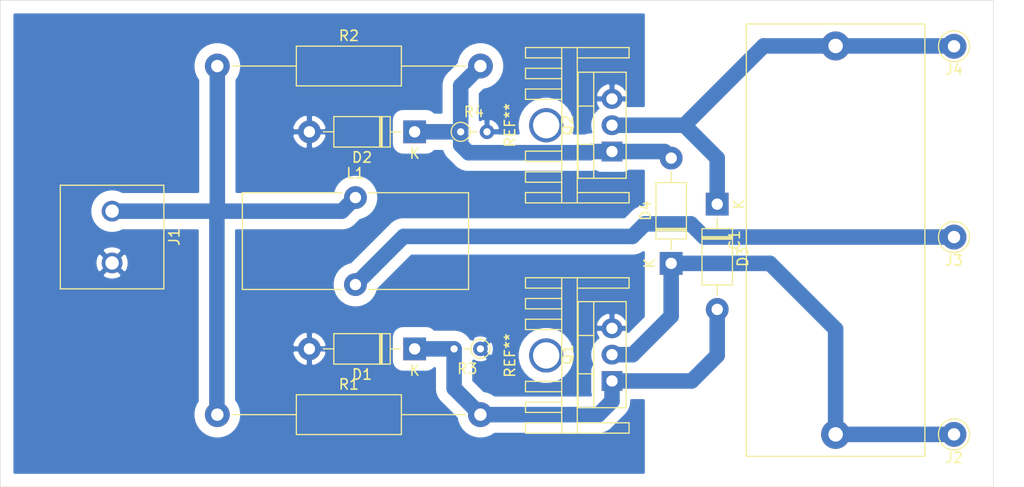
<source format=kicad_pcb>
(kicad_pcb (version 20171130) (host pcbnew "(5.1.6)-1")

  (general
    (thickness 1.6)
    (drawings 5)
    (tracks 47)
    (zones 0)
    (modules 18)
    (nets 8)
  )

  (page A4)
  (layers
    (0 F.Cu signal)
    (31 B.Cu signal)
    (32 B.Adhes user)
    (33 F.Adhes user)
    (34 B.Paste user)
    (35 F.Paste user)
    (36 B.SilkS user)
    (37 F.SilkS user)
    (38 B.Mask user)
    (39 F.Mask user)
    (40 Dwgs.User user)
    (41 Cmts.User user)
    (42 Eco1.User user)
    (43 Eco2.User user)
    (44 Edge.Cuts user)
    (45 Margin user)
    (46 B.CrtYd user)
    (47 F.CrtYd user)
    (48 B.Fab user)
    (49 F.Fab user)
  )

  (setup
    (last_trace_width 1)
    (trace_clearance 0.5)
    (zone_clearance 1)
    (zone_45_only no)
    (trace_min 0.2)
    (via_size 0.8)
    (via_drill 0.4)
    (via_min_size 0.4)
    (via_min_drill 0.3)
    (uvia_size 0.3)
    (uvia_drill 0.1)
    (uvias_allowed no)
    (uvia_min_size 0.2)
    (uvia_min_drill 0.1)
    (edge_width 0.05)
    (segment_width 0.2)
    (pcb_text_width 0.3)
    (pcb_text_size 1.5 1.5)
    (mod_edge_width 0.12)
    (mod_text_size 1 1)
    (mod_text_width 0.15)
    (pad_size 1.524 1.524)
    (pad_drill 0.762)
    (pad_to_mask_clearance 0.051)
    (solder_mask_min_width 0.25)
    (aux_axis_origin 0 0)
    (visible_elements 7FFFFFFF)
    (pcbplotparams
      (layerselection 0x010fc_ffffffff)
      (usegerberextensions false)
      (usegerberattributes false)
      (usegerberadvancedattributes false)
      (creategerberjobfile false)
      (excludeedgelayer true)
      (linewidth 0.100000)
      (plotframeref false)
      (viasonmask false)
      (mode 1)
      (useauxorigin false)
      (hpglpennumber 1)
      (hpglpenspeed 20)
      (hpglpendiameter 15.000000)
      (psnegative false)
      (psa4output false)
      (plotreference true)
      (plotvalue true)
      (plotinvisibletext false)
      (padsonsilk false)
      (subtractmaskfromsilk false)
      (outputformat 1)
      (mirror false)
      (drillshape 1)
      (scaleselection 1)
      (outputdirectory ""))
  )

  (net 0 "")
  (net 1 "Net-(C1-Pad2)")
  (net 2 "Net-(C1-Pad1)")
  (net 3 GND)
  (net 4 "Net-(D1-Pad1)")
  (net 5 "Net-(D2-Pad1)")
  (net 6 +12V)
  (net 7 "Net-(J3-Pad1)")

  (net_class Default "Это класс цепей по умолчанию."
    (clearance 0.5)
    (trace_width 1)
    (via_dia 0.8)
    (via_drill 0.4)
    (uvia_dia 0.3)
    (uvia_drill 0.1)
    (add_net +12V)
    (add_net GND)
    (add_net "Net-(C1-Pad1)")
    (add_net "Net-(C1-Pad2)")
    (add_net "Net-(D1-Pad1)")
    (add_net "Net-(D2-Pad1)")
    (add_net "Net-(J3-Pad1)")
  )

  (module Connector_Pin:Pin_D1.0mm_L10.0mm_LooseFit (layer F.Cu) (tedit 5A1DC085) (tstamp 5EAF1085)
    (at 199.39 90.805)
    (descr "solder Pin_ diameter 1.0mm, hole diameter 1.2mm (loose fit), length 10.0mm")
    (tags "solder Pin_ loose fit")
    (path /5EAFA92B)
    (fp_text reference J4 (at 0 2.25) (layer F.SilkS)
      (effects (font (size 1 1) (thickness 0.15)))
    )
    (fp_text value Conn_01x01_Male (at 0 -2.05) (layer F.Fab)
      (effects (font (size 1 1) (thickness 0.15)))
    )
    (fp_circle (center 0 0) (end 1.7 0) (layer F.CrtYd) (width 0.05))
    (fp_circle (center 0 0) (end 0.5 0) (layer F.Fab) (width 0.12))
    (fp_circle (center 0 0) (end 1.2 0) (layer F.Fab) (width 0.12))
    (fp_circle (center 0 0) (end 1.5 0.05) (layer F.SilkS) (width 0.12))
    (fp_text user %R (at 0 2.25) (layer F.Fab)
      (effects (font (size 1 1) (thickness 0.15)))
    )
    (pad 1 thru_hole circle (at 0 0) (size 2.4 2.4) (drill 1.2) (layers *.Cu *.Mask)
      (net 1 "Net-(C1-Pad2)"))
    (model ${KISYS3DMOD}/Connector_Pin.3dshapes/Pin_D1.0mm_L10.0mm_LooseFit.wrl
      (at (xyz 0 0 0))
      (scale (xyz 1 1 1))
      (rotate (xyz 0 0 0))
    )
  )

  (module Connector_Pin:Pin_D1.0mm_L10.0mm_LooseFit (layer F.Cu) (tedit 5A1DC085) (tstamp 5EAF1071)
    (at 199.39 128.27)
    (descr "solder Pin_ diameter 1.0mm, hole diameter 1.2mm (loose fit), length 10.0mm")
    (tags "solder Pin_ loose fit")
    (path /5EAF967F)
    (fp_text reference J2 (at 0 2.25) (layer F.SilkS)
      (effects (font (size 1 1) (thickness 0.15)))
    )
    (fp_text value Conn_01x01_Male (at 0 -2.05) (layer F.Fab)
      (effects (font (size 1 1) (thickness 0.15)))
    )
    (fp_circle (center 0 0) (end 1.7 0) (layer F.CrtYd) (width 0.05))
    (fp_circle (center 0 0) (end 0.5 0) (layer F.Fab) (width 0.12))
    (fp_circle (center 0 0) (end 1.2 0) (layer F.Fab) (width 0.12))
    (fp_circle (center 0 0) (end 1.5 0.05) (layer F.SilkS) (width 0.12))
    (fp_text user %R (at 0 2.25) (layer F.Fab)
      (effects (font (size 1 1) (thickness 0.15)))
    )
    (pad 1 thru_hole circle (at 0 0) (size 2.4 2.4) (drill 1.2) (layers *.Cu *.Mask)
      (net 2 "Net-(C1-Pad1)"))
    (model ${KISYS3DMOD}/Connector_Pin.3dshapes/Pin_D1.0mm_L10.0mm_LooseFit.wrl
      (at (xyz 0 0 0))
      (scale (xyz 1 1 1))
      (rotate (xyz 0 0 0))
    )
  )

  (module Capacitor_THT:C_Rect_L41.5mm_W17.0mm_P37.50mm_MKS4 (layer F.Cu) (tedit 5AE50EF0) (tstamp 5EDA2A18)
    (at 187.96 128.27 90)
    (descr "C, Rect series, Radial, pin pitch=37.50mm, , length*width=41.5*17mm^2, Capacitor, http://www.wima.com/EN/WIMA_MKS_4.pdf")
    (tags "C Rect series Radial pin pitch 37.50mm  length 41.5mm width 17mm Capacitor")
    (path /5EAFE64E)
    (fp_text reference C1 (at 18.75 -9.75 90) (layer F.SilkS)
      (effects (font (size 1 1) (thickness 0.15)))
    )
    (fp_text value 0.47 (at 18.75 9.75 90) (layer F.Fab)
      (effects (font (size 1 1) (thickness 0.15)))
    )
    (fp_text user %R (at 18.75 0 90) (layer F.Fab)
      (effects (font (size 1 1) (thickness 0.15)))
    )
    (fp_line (start -2 -8.5) (end -2 8.5) (layer F.Fab) (width 0.1))
    (fp_line (start -2 8.5) (end 39.5 8.5) (layer F.Fab) (width 0.1))
    (fp_line (start 39.5 8.5) (end 39.5 -8.5) (layer F.Fab) (width 0.1))
    (fp_line (start 39.5 -8.5) (end -2 -8.5) (layer F.Fab) (width 0.1))
    (fp_line (start -2.12 -8.62) (end 39.62 -8.62) (layer F.SilkS) (width 0.12))
    (fp_line (start -2.12 8.62) (end 39.62 8.62) (layer F.SilkS) (width 0.12))
    (fp_line (start -2.12 -8.62) (end -2.12 8.62) (layer F.SilkS) (width 0.12))
    (fp_line (start 39.62 -8.62) (end 39.62 8.62) (layer F.SilkS) (width 0.12))
    (fp_line (start -2.25 -8.75) (end -2.25 8.75) (layer F.CrtYd) (width 0.05))
    (fp_line (start -2.25 8.75) (end 39.75 8.75) (layer F.CrtYd) (width 0.05))
    (fp_line (start 39.75 8.75) (end 39.75 -8.75) (layer F.CrtYd) (width 0.05))
    (fp_line (start 39.75 -8.75) (end -2.25 -8.75) (layer F.CrtYd) (width 0.05))
    (pad 2 thru_hole circle (at 37.5 0 90) (size 2.8 2.8) (drill 1.4) (layers *.Cu *.Mask)
      (net 1 "Net-(C1-Pad2)"))
    (pad 1 thru_hole circle (at 0 0 90) (size 2.8 2.8) (drill 1.4) (layers *.Cu *.Mask)
      (net 2 "Net-(C1-Pad1)"))
    (model ${KISYS3DMOD}/Capacitor_THT.3dshapes/C_Rect_L41.5mm_W17.0mm_P37.50mm_MKS4.wrl
      (at (xyz 0 0 0))
      (scale (xyz 1 1 1))
      (rotate (xyz 0 0 0))
    )
  )

  (module Heatsink:Heatsink_15x10mm_TO220 (layer F.Cu) (tedit 5EAEBD9D) (tstamp 5EAF122B)
    (at 160.02 120.65 90)
    (fp_text reference REF** (at 0 -3.5 90) (layer F.SilkS)
      (effects (font (size 1 1) (thickness 0.15)))
    )
    (fp_text value Heatsink_15x10mm_TO220 (at 0 -5 90) (layer F.Fab)
      (effects (font (size 1 1) (thickness 0.15)))
    )
    (fp_line (start 7.5 8) (end 7.5 -2) (layer F.SilkS) (width 0.12))
    (fp_line (start -7.5 8) (end -7.5 -2) (layer F.SilkS) (width 0.12))
    (fp_line (start -7.5 1.5) (end 7.5 1.5) (layer F.SilkS) (width 0.12))
    (fp_line (start -7.5 3) (end 7.5 3) (layer F.SilkS) (width 0.12))
    (fp_line (start -6.5 -2) (end -6.5 1.5) (layer F.SilkS) (width 0.12))
    (fp_line (start 6.5 -2) (end 6.5 1.5) (layer F.SilkS) (width 0.12))
    (fp_line (start -6.5 3) (end -6.5 8) (layer F.SilkS) (width 0.12))
    (fp_line (start 6.5 3) (end 6.5 8) (layer F.SilkS) (width 0.12))
    (fp_line (start -7.5 -2) (end -6.5 -2) (layer F.SilkS) (width 0.12))
    (fp_line (start 6.5 -2) (end 7.5 -2) (layer F.SilkS) (width 0.12))
    (fp_line (start -5.5 1.5) (end -5.5 -2) (layer F.SilkS) (width 0.12))
    (fp_line (start -5.5 -2) (end -4.5 -2) (layer F.SilkS) (width 0.12))
    (fp_line (start -4.5 -2) (end -4.5 1.5) (layer F.SilkS) (width 0.12))
    (fp_line (start -3.5 1.5) (end -3.5 -2) (layer F.SilkS) (width 0.12))
    (fp_line (start -3.5 -2) (end -2.5 -2) (layer F.SilkS) (width 0.12))
    (fp_line (start -2.5 -2) (end -2.5 1.5) (layer F.SilkS) (width 0.12))
    (fp_line (start 5.5 1.5) (end 5.5 -2) (layer F.SilkS) (width 0.12))
    (fp_line (start 5.5 -2) (end 4.5 -2) (layer F.SilkS) (width 0.12))
    (fp_line (start 4.5 -2) (end 4.5 1.5) (layer F.SilkS) (width 0.12))
    (fp_line (start 3.5 1.5) (end 3.5 -2) (layer F.SilkS) (width 0.12))
    (fp_line (start 3.5 -2) (end 2.5 -2) (layer F.SilkS) (width 0.12))
    (fp_line (start 2.5 -2) (end 2.5 1.5) (layer F.SilkS) (width 0.12))
    (fp_line (start -7.5 8) (end -6.5 8) (layer F.SilkS) (width 0.12))
    (fp_line (start 6.5 8) (end 7.5 8) (layer F.SilkS) (width 0.12))
    (fp_line (start -8 -2.5) (end 8 -2.5) (layer F.CrtYd) (width 0.12))
    (fp_line (start 8 -2.5) (end 8 8.5) (layer F.CrtYd) (width 0.12))
    (fp_line (start -8 8.5) (end -8 -2.5) (layer F.CrtYd) (width 0.12))
    (fp_line (start -6 8.5) (end -6 2.5) (layer F.CrtYd) (width 0.12))
    (fp_line (start -6 2.5) (end 6 2.5) (layer F.CrtYd) (width 0.12))
    (fp_line (start 6 2.5) (end 6 8.5) (layer F.CrtYd) (width 0.12))
    (fp_line (start -8 8.5) (end -6 8.5) (layer F.CrtYd) (width 0.12))
    (fp_line (start 6 8.5) (end 8 8.5) (layer F.CrtYd) (width 0.12))
    (pad 1 thru_hole circle (at 0 0 90) (size 3.302 3.302) (drill 2.54) (layers *.Cu *.Mask))
    (model ${KISYS3DMOD}/Heatsink.3dshapes/TO-220-Heatsink.STEP
      (offset (xyz 0 -3.25 0))
      (scale (xyz 1 1 1))
      (rotate (xyz 0 0 180))
    )
  )

  (module Heatsink:Heatsink_15x10mm_TO220 (layer F.Cu) (tedit 5EAEBD9D) (tstamp 5EAF1173)
    (at 160.02 98.425 90)
    (fp_text reference REF** (at 0 -3.5 90) (layer F.SilkS)
      (effects (font (size 1 1) (thickness 0.15)))
    )
    (fp_text value Heatsink_15x10mm_TO220 (at 0 -5 90) (layer F.Fab)
      (effects (font (size 1 1) (thickness 0.15)))
    )
    (fp_line (start 7.5 8) (end 7.5 -2) (layer F.SilkS) (width 0.12))
    (fp_line (start -7.5 8) (end -7.5 -2) (layer F.SilkS) (width 0.12))
    (fp_line (start -7.5 1.5) (end 7.5 1.5) (layer F.SilkS) (width 0.12))
    (fp_line (start -7.5 3) (end 7.5 3) (layer F.SilkS) (width 0.12))
    (fp_line (start -6.5 -2) (end -6.5 1.5) (layer F.SilkS) (width 0.12))
    (fp_line (start 6.5 -2) (end 6.5 1.5) (layer F.SilkS) (width 0.12))
    (fp_line (start -6.5 3) (end -6.5 8) (layer F.SilkS) (width 0.12))
    (fp_line (start 6.5 3) (end 6.5 8) (layer F.SilkS) (width 0.12))
    (fp_line (start -7.5 -2) (end -6.5 -2) (layer F.SilkS) (width 0.12))
    (fp_line (start 6.5 -2) (end 7.5 -2) (layer F.SilkS) (width 0.12))
    (fp_line (start -5.5 1.5) (end -5.5 -2) (layer F.SilkS) (width 0.12))
    (fp_line (start -5.5 -2) (end -4.5 -2) (layer F.SilkS) (width 0.12))
    (fp_line (start -4.5 -2) (end -4.5 1.5) (layer F.SilkS) (width 0.12))
    (fp_line (start -3.5 1.5) (end -3.5 -2) (layer F.SilkS) (width 0.12))
    (fp_line (start -3.5 -2) (end -2.5 -2) (layer F.SilkS) (width 0.12))
    (fp_line (start -2.5 -2) (end -2.5 1.5) (layer F.SilkS) (width 0.12))
    (fp_line (start 5.5 1.5) (end 5.5 -2) (layer F.SilkS) (width 0.12))
    (fp_line (start 5.5 -2) (end 4.5 -2) (layer F.SilkS) (width 0.12))
    (fp_line (start 4.5 -2) (end 4.5 1.5) (layer F.SilkS) (width 0.12))
    (fp_line (start 3.5 1.5) (end 3.5 -2) (layer F.SilkS) (width 0.12))
    (fp_line (start 3.5 -2) (end 2.5 -2) (layer F.SilkS) (width 0.12))
    (fp_line (start 2.5 -2) (end 2.5 1.5) (layer F.SilkS) (width 0.12))
    (fp_line (start -7.5 8) (end -6.5 8) (layer F.SilkS) (width 0.12))
    (fp_line (start 6.5 8) (end 7.5 8) (layer F.SilkS) (width 0.12))
    (fp_line (start -8 -2.5) (end 8 -2.5) (layer F.CrtYd) (width 0.12))
    (fp_line (start 8 -2.5) (end 8 8.5) (layer F.CrtYd) (width 0.12))
    (fp_line (start -8 8.5) (end -8 -2.5) (layer F.CrtYd) (width 0.12))
    (fp_line (start -6 8.5) (end -6 2.5) (layer F.CrtYd) (width 0.12))
    (fp_line (start -6 2.5) (end 6 2.5) (layer F.CrtYd) (width 0.12))
    (fp_line (start 6 2.5) (end 6 8.5) (layer F.CrtYd) (width 0.12))
    (fp_line (start -8 8.5) (end -6 8.5) (layer F.CrtYd) (width 0.12))
    (fp_line (start 6 8.5) (end 8 8.5) (layer F.CrtYd) (width 0.12))
    (pad 1 thru_hole circle (at 0 0 90) (size 3.302 3.302) (drill 2.54) (layers *.Cu *.Mask))
    (model ${KISYS3DMOD}/Heatsink.3dshapes/TO-220-Heatsink.STEP
      (offset (xyz 0 -3.25 0))
      (scale (xyz 1 1 1))
      (rotate (xyz 0 0 180))
    )
  )

  (module Resistor_THT:R_Axial_DIN0204_L3.6mm_D1.6mm_P2.54mm_Vertical (layer F.Cu) (tedit 5AE5139B) (tstamp 5EAF1124)
    (at 151.765 99.06)
    (descr "Resistor, Axial_DIN0204 series, Axial, Vertical, pin pitch=2.54mm, 0.167W, length*diameter=3.6*1.6mm^2, http://cdn-reichelt.de/documents/datenblatt/B400/1_4W%23YAG.pdf")
    (tags "Resistor Axial_DIN0204 series Axial Vertical pin pitch 2.54mm 0.167W length 3.6mm diameter 1.6mm")
    (path /5EAEBA29)
    (fp_text reference R4 (at 1.27 -1.92) (layer F.SilkS)
      (effects (font (size 1 1) (thickness 0.15)))
    )
    (fp_text value 10K (at 1.27 1.92) (layer F.Fab)
      (effects (font (size 1 1) (thickness 0.15)))
    )
    (fp_circle (center 0 0) (end 0.8 0) (layer F.Fab) (width 0.1))
    (fp_circle (center 0 0) (end 0.92 0) (layer F.SilkS) (width 0.12))
    (fp_line (start 0 0) (end 2.54 0) (layer F.Fab) (width 0.1))
    (fp_line (start 0.92 0) (end 1.54 0) (layer F.SilkS) (width 0.12))
    (fp_line (start -1.05 -1.05) (end -1.05 1.05) (layer F.CrtYd) (width 0.05))
    (fp_line (start -1.05 1.05) (end 3.49 1.05) (layer F.CrtYd) (width 0.05))
    (fp_line (start 3.49 1.05) (end 3.49 -1.05) (layer F.CrtYd) (width 0.05))
    (fp_line (start 3.49 -1.05) (end -1.05 -1.05) (layer F.CrtYd) (width 0.05))
    (fp_text user %R (at 1.27 -1.92) (layer F.Fab)
      (effects (font (size 1 1) (thickness 0.15)))
    )
    (pad 2 thru_hole oval (at 2.54 0) (size 1.4 1.4) (drill 0.7) (layers *.Cu *.Mask)
      (net 3 GND))
    (pad 1 thru_hole circle (at 0 0) (size 1.4 1.4) (drill 0.7) (layers *.Cu *.Mask)
      (net 5 "Net-(D2-Pad1)"))
    (model ${KISYS3DMOD}/Resistor_THT.3dshapes/R_Axial_DIN0204_L3.6mm_D1.6mm_P2.54mm_Vertical.wrl
      (at (xyz 0 0 0))
      (scale (xyz 1 1 1))
      (rotate (xyz 0 0 0))
    )
  )

  (module Resistor_THT:R_Axial_DIN0204_L3.6mm_D1.6mm_P2.54mm_Vertical (layer F.Cu) (tedit 5AE5139B) (tstamp 5EAF1115)
    (at 153.67 120.015 180)
    (descr "Resistor, Axial_DIN0204 series, Axial, Vertical, pin pitch=2.54mm, 0.167W, length*diameter=3.6*1.6mm^2, http://cdn-reichelt.de/documents/datenblatt/B400/1_4W%23YAG.pdf")
    (tags "Resistor Axial_DIN0204 series Axial Vertical pin pitch 2.54mm 0.167W length 3.6mm diameter 1.6mm")
    (path /5EB0BA58)
    (fp_text reference R3 (at 1.27 -1.92) (layer F.SilkS)
      (effects (font (size 1 1) (thickness 0.15)))
    )
    (fp_text value 10K (at 1.27 1.92) (layer F.Fab)
      (effects (font (size 1 1) (thickness 0.15)))
    )
    (fp_circle (center 0 0) (end 0.8 0) (layer F.Fab) (width 0.1))
    (fp_circle (center 0 0) (end 0.92 0) (layer F.SilkS) (width 0.12))
    (fp_line (start 0 0) (end 2.54 0) (layer F.Fab) (width 0.1))
    (fp_line (start 0.92 0) (end 1.54 0) (layer F.SilkS) (width 0.12))
    (fp_line (start -1.05 -1.05) (end -1.05 1.05) (layer F.CrtYd) (width 0.05))
    (fp_line (start -1.05 1.05) (end 3.49 1.05) (layer F.CrtYd) (width 0.05))
    (fp_line (start 3.49 1.05) (end 3.49 -1.05) (layer F.CrtYd) (width 0.05))
    (fp_line (start 3.49 -1.05) (end -1.05 -1.05) (layer F.CrtYd) (width 0.05))
    (fp_text user %R (at 1.27 -1.92) (layer F.Fab)
      (effects (font (size 1 1) (thickness 0.15)))
    )
    (pad 2 thru_hole oval (at 2.54 0 180) (size 1.4 1.4) (drill 0.7) (layers *.Cu *.Mask)
      (net 4 "Net-(D1-Pad1)"))
    (pad 1 thru_hole circle (at 0 0 180) (size 1.4 1.4) (drill 0.7) (layers *.Cu *.Mask)
      (net 3 GND))
    (model ${KISYS3DMOD}/Resistor_THT.3dshapes/R_Axial_DIN0204_L3.6mm_D1.6mm_P2.54mm_Vertical.wrl
      (at (xyz 0 0 0))
      (scale (xyz 1 1 1))
      (rotate (xyz 0 0 0))
    )
  )

  (module Resistor_THT:R_Axial_DIN0411_L9.9mm_D3.6mm_P25.40mm_Horizontal (layer F.Cu) (tedit 5AE5139B) (tstamp 5EAF1480)
    (at 128.27 92.71)
    (descr "Resistor, Axial_DIN0411 series, Axial, Horizontal, pin pitch=25.4mm, 1W, length*diameter=9.9*3.6mm^2")
    (tags "Resistor Axial_DIN0411 series Axial Horizontal pin pitch 25.4mm 1W length 9.9mm diameter 3.6mm")
    (path /5EB0F61A)
    (fp_text reference R2 (at 12.7 -2.92) (layer F.SilkS)
      (effects (font (size 1 1) (thickness 0.15)))
    )
    (fp_text value "470 2W" (at 12.7 2.92) (layer F.Fab)
      (effects (font (size 1 1) (thickness 0.15)))
    )
    (fp_line (start 7.75 -1.8) (end 7.75 1.8) (layer F.Fab) (width 0.1))
    (fp_line (start 7.75 1.8) (end 17.65 1.8) (layer F.Fab) (width 0.1))
    (fp_line (start 17.65 1.8) (end 17.65 -1.8) (layer F.Fab) (width 0.1))
    (fp_line (start 17.65 -1.8) (end 7.75 -1.8) (layer F.Fab) (width 0.1))
    (fp_line (start 0 0) (end 7.75 0) (layer F.Fab) (width 0.1))
    (fp_line (start 25.4 0) (end 17.65 0) (layer F.Fab) (width 0.1))
    (fp_line (start 7.63 -1.92) (end 7.63 1.92) (layer F.SilkS) (width 0.12))
    (fp_line (start 7.63 1.92) (end 17.77 1.92) (layer F.SilkS) (width 0.12))
    (fp_line (start 17.77 1.92) (end 17.77 -1.92) (layer F.SilkS) (width 0.12))
    (fp_line (start 17.77 -1.92) (end 7.63 -1.92) (layer F.SilkS) (width 0.12))
    (fp_line (start 1.44 0) (end 7.63 0) (layer F.SilkS) (width 0.12))
    (fp_line (start 23.96 0) (end 17.77 0) (layer F.SilkS) (width 0.12))
    (fp_line (start -1.45 -2.05) (end -1.45 2.05) (layer F.CrtYd) (width 0.05))
    (fp_line (start -1.45 2.05) (end 26.85 2.05) (layer F.CrtYd) (width 0.05))
    (fp_line (start 26.85 2.05) (end 26.85 -2.05) (layer F.CrtYd) (width 0.05))
    (fp_line (start 26.85 -2.05) (end -1.45 -2.05) (layer F.CrtYd) (width 0.05))
    (fp_text user %R (at 12.7 0) (layer F.Fab)
      (effects (font (size 1 1) (thickness 0.15)))
    )
    (pad 2 thru_hole oval (at 25.4 0) (size 2.4 2.4) (drill 1.2) (layers *.Cu *.Mask)
      (net 5 "Net-(D2-Pad1)"))
    (pad 1 thru_hole circle (at 0 0) (size 2.4 2.4) (drill 1.2) (layers *.Cu *.Mask)
      (net 6 +12V))
    (model ${KISYS3DMOD}/Resistor_THT.3dshapes/R_Axial_DIN0411_L9.9mm_D3.6mm_P25.40mm_Horizontal.wrl
      (at (xyz 0 0 0))
      (scale (xyz 1 1 1))
      (rotate (xyz 0 0 0))
    )
  )

  (module Resistor_THT:R_Axial_DIN0411_L9.9mm_D3.6mm_P25.40mm_Horizontal (layer F.Cu) (tedit 5AE5139B) (tstamp 5EAF155E)
    (at 128.27 126.365)
    (descr "Resistor, Axial_DIN0411 series, Axial, Horizontal, pin pitch=25.4mm, 1W, length*diameter=9.9*3.6mm^2")
    (tags "Resistor Axial_DIN0411 series Axial Horizontal pin pitch 25.4mm 1W length 9.9mm diameter 3.6mm")
    (path /5EB0FBA6)
    (fp_text reference R1 (at 12.7 -2.92) (layer F.SilkS)
      (effects (font (size 1 1) (thickness 0.15)))
    )
    (fp_text value "470 2W" (at 12.7 2.92) (layer F.Fab)
      (effects (font (size 1 1) (thickness 0.15)))
    )
    (fp_line (start 7.75 -1.8) (end 7.75 1.8) (layer F.Fab) (width 0.1))
    (fp_line (start 7.75 1.8) (end 17.65 1.8) (layer F.Fab) (width 0.1))
    (fp_line (start 17.65 1.8) (end 17.65 -1.8) (layer F.Fab) (width 0.1))
    (fp_line (start 17.65 -1.8) (end 7.75 -1.8) (layer F.Fab) (width 0.1))
    (fp_line (start 0 0) (end 7.75 0) (layer F.Fab) (width 0.1))
    (fp_line (start 25.4 0) (end 17.65 0) (layer F.Fab) (width 0.1))
    (fp_line (start 7.63 -1.92) (end 7.63 1.92) (layer F.SilkS) (width 0.12))
    (fp_line (start 7.63 1.92) (end 17.77 1.92) (layer F.SilkS) (width 0.12))
    (fp_line (start 17.77 1.92) (end 17.77 -1.92) (layer F.SilkS) (width 0.12))
    (fp_line (start 17.77 -1.92) (end 7.63 -1.92) (layer F.SilkS) (width 0.12))
    (fp_line (start 1.44 0) (end 7.63 0) (layer F.SilkS) (width 0.12))
    (fp_line (start 23.96 0) (end 17.77 0) (layer F.SilkS) (width 0.12))
    (fp_line (start -1.45 -2.05) (end -1.45 2.05) (layer F.CrtYd) (width 0.05))
    (fp_line (start -1.45 2.05) (end 26.85 2.05) (layer F.CrtYd) (width 0.05))
    (fp_line (start 26.85 2.05) (end 26.85 -2.05) (layer F.CrtYd) (width 0.05))
    (fp_line (start 26.85 -2.05) (end -1.45 -2.05) (layer F.CrtYd) (width 0.05))
    (fp_text user %R (at 12.7 0) (layer F.Fab)
      (effects (font (size 1 1) (thickness 0.15)))
    )
    (pad 2 thru_hole oval (at 25.4 0) (size 2.4 2.4) (drill 1.2) (layers *.Cu *.Mask)
      (net 4 "Net-(D1-Pad1)"))
    (pad 1 thru_hole circle (at 0 0) (size 2.4 2.4) (drill 1.2) (layers *.Cu *.Mask)
      (net 6 +12V))
    (model ${KISYS3DMOD}/Resistor_THT.3dshapes/R_Axial_DIN0411_L9.9mm_D3.6mm_P25.40mm_Horizontal.wrl
      (at (xyz 0 0 0))
      (scale (xyz 1 1 1))
      (rotate (xyz 0 0 0))
    )
  )

  (module Package_TO_SOT_THT:TO-220-3_Vertical (layer F.Cu) (tedit 5AC8BA0D) (tstamp 5EAF10D8)
    (at 166.37 100.965 90)
    (descr "TO-220-3, Vertical, RM 2.54mm, see https://www.vishay.com/docs/66542/to-220-1.pdf")
    (tags "TO-220-3 Vertical RM 2.54mm")
    (path /5EAF3120)
    (fp_text reference Q2 (at 2.54 -4.27 90) (layer F.SilkS)
      (effects (font (size 1 1) (thickness 0.15)))
    )
    (fp_text value IRFZ46N (at 2.54 2.5 90) (layer F.Fab)
      (effects (font (size 1 1) (thickness 0.15)))
    )
    (fp_line (start -2.46 -3.15) (end -2.46 1.25) (layer F.Fab) (width 0.1))
    (fp_line (start -2.46 1.25) (end 7.54 1.25) (layer F.Fab) (width 0.1))
    (fp_line (start 7.54 1.25) (end 7.54 -3.15) (layer F.Fab) (width 0.1))
    (fp_line (start 7.54 -3.15) (end -2.46 -3.15) (layer F.Fab) (width 0.1))
    (fp_line (start -2.46 -1.88) (end 7.54 -1.88) (layer F.Fab) (width 0.1))
    (fp_line (start 0.69 -3.15) (end 0.69 -1.88) (layer F.Fab) (width 0.1))
    (fp_line (start 4.39 -3.15) (end 4.39 -1.88) (layer F.Fab) (width 0.1))
    (fp_line (start -2.58 -3.27) (end 7.66 -3.27) (layer F.SilkS) (width 0.12))
    (fp_line (start -2.58 1.371) (end 7.66 1.371) (layer F.SilkS) (width 0.12))
    (fp_line (start -2.58 -3.27) (end -2.58 1.371) (layer F.SilkS) (width 0.12))
    (fp_line (start 7.66 -3.27) (end 7.66 1.371) (layer F.SilkS) (width 0.12))
    (fp_line (start -2.58 -1.76) (end 7.66 -1.76) (layer F.SilkS) (width 0.12))
    (fp_line (start 0.69 -3.27) (end 0.69 -1.76) (layer F.SilkS) (width 0.12))
    (fp_line (start 4.391 -3.27) (end 4.391 -1.76) (layer F.SilkS) (width 0.12))
    (fp_line (start -2.71 -3.4) (end -2.71 1.51) (layer F.CrtYd) (width 0.05))
    (fp_line (start -2.71 1.51) (end 7.79 1.51) (layer F.CrtYd) (width 0.05))
    (fp_line (start 7.79 1.51) (end 7.79 -3.4) (layer F.CrtYd) (width 0.05))
    (fp_line (start 7.79 -3.4) (end -2.71 -3.4) (layer F.CrtYd) (width 0.05))
    (fp_text user %R (at 2.54 -4.27 90) (layer F.Fab)
      (effects (font (size 1 1) (thickness 0.15)))
    )
    (pad 3 thru_hole oval (at 5.08 0 90) (size 1.905 2) (drill 1.1) (layers *.Cu *.Mask)
      (net 3 GND))
    (pad 2 thru_hole oval (at 2.54 0 90) (size 1.905 2) (drill 1.1) (layers *.Cu *.Mask)
      (net 1 "Net-(C1-Pad2)"))
    (pad 1 thru_hole rect (at 0 0 90) (size 1.905 2) (drill 1.1) (layers *.Cu *.Mask)
      (net 5 "Net-(D2-Pad1)"))
    (model ${KISYS3DMOD}/Package_TO_SOT_THT.3dshapes/TO-220-3_Vertical.wrl
      (at (xyz 0 0 0))
      (scale (xyz 1 1 1))
      (rotate (xyz 0 0 0))
    )
  )

  (module Package_TO_SOT_THT:TO-220-3_Vertical (layer F.Cu) (tedit 5AC8BA0D) (tstamp 5EAF10BE)
    (at 166.37 123.1138 90)
    (descr "TO-220-3, Vertical, RM 2.54mm, see https://www.vishay.com/docs/66542/to-220-1.pdf")
    (tags "TO-220-3 Vertical RM 2.54mm")
    (path /5EB19214)
    (fp_text reference Q1 (at 2.54 -4.27 90) (layer F.SilkS)
      (effects (font (size 1 1) (thickness 0.15)))
    )
    (fp_text value IRFZ46N (at 2.54 2.5 90) (layer F.Fab)
      (effects (font (size 1 1) (thickness 0.15)))
    )
    (fp_line (start -2.46 -3.15) (end -2.46 1.25) (layer F.Fab) (width 0.1))
    (fp_line (start -2.46 1.25) (end 7.54 1.25) (layer F.Fab) (width 0.1))
    (fp_line (start 7.54 1.25) (end 7.54 -3.15) (layer F.Fab) (width 0.1))
    (fp_line (start 7.54 -3.15) (end -2.46 -3.15) (layer F.Fab) (width 0.1))
    (fp_line (start -2.46 -1.88) (end 7.54 -1.88) (layer F.Fab) (width 0.1))
    (fp_line (start 0.69 -3.15) (end 0.69 -1.88) (layer F.Fab) (width 0.1))
    (fp_line (start 4.39 -3.15) (end 4.39 -1.88) (layer F.Fab) (width 0.1))
    (fp_line (start -2.58 -3.27) (end 7.66 -3.27) (layer F.SilkS) (width 0.12))
    (fp_line (start -2.58 1.371) (end 7.66 1.371) (layer F.SilkS) (width 0.12))
    (fp_line (start -2.58 -3.27) (end -2.58 1.371) (layer F.SilkS) (width 0.12))
    (fp_line (start 7.66 -3.27) (end 7.66 1.371) (layer F.SilkS) (width 0.12))
    (fp_line (start -2.58 -1.76) (end 7.66 -1.76) (layer F.SilkS) (width 0.12))
    (fp_line (start 0.69 -3.27) (end 0.69 -1.76) (layer F.SilkS) (width 0.12))
    (fp_line (start 4.391 -3.27) (end 4.391 -1.76) (layer F.SilkS) (width 0.12))
    (fp_line (start -2.71 -3.4) (end -2.71 1.51) (layer F.CrtYd) (width 0.05))
    (fp_line (start -2.71 1.51) (end 7.79 1.51) (layer F.CrtYd) (width 0.05))
    (fp_line (start 7.79 1.51) (end 7.79 -3.4) (layer F.CrtYd) (width 0.05))
    (fp_line (start 7.79 -3.4) (end -2.71 -3.4) (layer F.CrtYd) (width 0.05))
    (fp_text user %R (at 2.54 -4.27 90) (layer F.Fab)
      (effects (font (size 1 1) (thickness 0.15)))
    )
    (pad 3 thru_hole oval (at 5.08 0 90) (size 1.905 2) (drill 1.1) (layers *.Cu *.Mask)
      (net 3 GND))
    (pad 2 thru_hole oval (at 2.54 0 90) (size 1.905 2) (drill 1.1) (layers *.Cu *.Mask)
      (net 2 "Net-(C1-Pad1)"))
    (pad 1 thru_hole rect (at 0 0 90) (size 1.905 2) (drill 1.1) (layers *.Cu *.Mask)
      (net 4 "Net-(D1-Pad1)"))
    (model ${KISYS3DMOD}/Package_TO_SOT_THT.3dshapes/TO-220-3_Vertical.wrl
      (at (xyz 0 0 0))
      (scale (xyz 1 1 1))
      (rotate (xyz 0 0 0))
    )
  )

  (module Inductor_THT:L_Toroid_Vertical_L21.6mm_W9.1mm_P8.40mm_Bourns_5700 (layer F.Cu) (tedit 5AE59B06) (tstamp 5EAF10A4)
    (at 141.605 105.41)
    (descr "L_Toroid, Vertical series, Radial, pin pitch=8.40mm, , length*width=21.6*9.1mm^2, Bourns, 5700, http://www.bourns.com/docs/Product-Datasheets/5700_series.pdf")
    (tags "L_Toroid Vertical series Radial pin pitch 8.40mm  length 21.6mm width 9.1mm Bourns 5700")
    (path /5EAF2A05)
    (fp_text reference L1 (at 0 -2.35) (layer F.SilkS)
      (effects (font (size 1 1) (thickness 0.15)))
    )
    (fp_text value L_Core_Iron (at 0 10.75) (layer F.Fab)
      (effects (font (size 1 1) (thickness 0.15)))
    )
    (fp_line (start -10.8 -0.35) (end -10.8 8.75) (layer F.Fab) (width 0.1))
    (fp_line (start -10.8 8.75) (end 10.8 8.75) (layer F.Fab) (width 0.1))
    (fp_line (start 10.8 8.75) (end 10.8 -0.35) (layer F.Fab) (width 0.1))
    (fp_line (start 10.8 -0.35) (end -10.8 -0.35) (layer F.Fab) (width 0.1))
    (fp_line (start -10.8 -0.35) (end -9.72 8.75) (layer F.Fab) (width 0.1))
    (fp_line (start -8.64 -0.35) (end -7.56 8.75) (layer F.Fab) (width 0.1))
    (fp_line (start -6.48 -0.35) (end -5.4 8.75) (layer F.Fab) (width 0.1))
    (fp_line (start -4.32 -0.35) (end -3.24 8.75) (layer F.Fab) (width 0.1))
    (fp_line (start -2.16 -0.35) (end -1.08 8.75) (layer F.Fab) (width 0.1))
    (fp_line (start 0 -0.35) (end 1.08 8.75) (layer F.Fab) (width 0.1))
    (fp_line (start 2.16 -0.35) (end 3.24 8.75) (layer F.Fab) (width 0.1))
    (fp_line (start 4.32 -0.35) (end 5.4 8.75) (layer F.Fab) (width 0.1))
    (fp_line (start 6.48 -0.35) (end 7.56 8.75) (layer F.Fab) (width 0.1))
    (fp_line (start 8.64 -0.35) (end 9.72 8.75) (layer F.Fab) (width 0.1))
    (fp_line (start -10.92 -0.47) (end -1.288 -0.47) (layer F.SilkS) (width 0.12))
    (fp_line (start 1.288 -0.47) (end 10.92 -0.47) (layer F.SilkS) (width 0.12))
    (fp_line (start -10.92 8.87) (end -1.288 8.87) (layer F.SilkS) (width 0.12))
    (fp_line (start 1.288 8.87) (end 10.92 8.87) (layer F.SilkS) (width 0.12))
    (fp_line (start -10.92 -0.47) (end -10.92 8.87) (layer F.SilkS) (width 0.12))
    (fp_line (start 10.92 -0.47) (end 10.92 8.87) (layer F.SilkS) (width 0.12))
    (fp_line (start -11.05 -1.36) (end -11.05 9.75) (layer F.CrtYd) (width 0.05))
    (fp_line (start -11.05 9.75) (end 11.05 9.75) (layer F.CrtYd) (width 0.05))
    (fp_line (start 11.05 9.75) (end 11.05 -1.36) (layer F.CrtYd) (width 0.05))
    (fp_line (start 11.05 -1.36) (end -11.05 -1.36) (layer F.CrtYd) (width 0.05))
    (fp_text user %R (at 4.2 0) (layer F.Fab)
      (effects (font (size 1 1) (thickness 0.15)))
    )
    (pad 2 thru_hole circle (at 0 8.4) (size 2.2 2.2) (drill 1.1) (layers *.Cu *.Mask)
      (net 7 "Net-(J3-Pad1)"))
    (pad 1 thru_hole circle (at 0 0) (size 2.2 2.2) (drill 1.1) (layers *.Cu *.Mask)
      (net 6 +12V))
    (model ${KISYS3DMOD}/Inductor_THT.3dshapes/L_Toroid_Vertical_L21.6mm_W9.1mm_P8.40mm_Bourns_5700.wrl
      (at (xyz 0 0 0))
      (scale (xyz 1 1 1))
      (rotate (xyz 0 0 0))
    )
  )

  (module Connector_Pin:Pin_D1.0mm_L10.0mm_LooseFit (layer F.Cu) (tedit 5A1DC085) (tstamp 5EAF107B)
    (at 199.39 109.22)
    (descr "solder Pin_ diameter 1.0mm, hole diameter 1.2mm (loose fit), length 10.0mm")
    (tags "solder Pin_ loose fit")
    (path /5EAFA2D8)
    (fp_text reference J3 (at 0 2.25) (layer F.SilkS)
      (effects (font (size 1 1) (thickness 0.15)))
    )
    (fp_text value Conn_01x01_Male (at 0 -2.05) (layer F.Fab)
      (effects (font (size 1 1) (thickness 0.15)))
    )
    (fp_circle (center 0 0) (end 1.7 0) (layer F.CrtYd) (width 0.05))
    (fp_circle (center 0 0) (end 0.5 0) (layer F.Fab) (width 0.12))
    (fp_circle (center 0 0) (end 1.2 0) (layer F.Fab) (width 0.12))
    (fp_circle (center 0 0) (end 1.5 0.05) (layer F.SilkS) (width 0.12))
    (fp_text user %R (at 0 2.25) (layer F.Fab)
      (effects (font (size 1 1) (thickness 0.15)))
    )
    (pad 1 thru_hole circle (at 0 0) (size 2.4 2.4) (drill 1.2) (layers *.Cu *.Mask)
      (net 7 "Net-(J3-Pad1)"))
    (model ${KISYS3DMOD}/Connector_Pin.3dshapes/Pin_D1.0mm_L10.0mm_LooseFit.wrl
      (at (xyz 0 0 0))
      (scale (xyz 1 1 1))
      (rotate (xyz 0 0 0))
    )
  )

  (module Connector_Degson:DG125-5.0-02P (layer F.Cu) (tedit 5EAEB2B5) (tstamp 5EAF1067)
    (at 118.11 109.22 90)
    (path /5EAE9A9B)
    (fp_text reference J1 (at 0 6 90) (layer F.SilkS)
      (effects (font (size 1 1) (thickness 0.15)))
    )
    (fp_text value DG126-5.0-02P (at 0 -6 90) (layer F.Fab)
      (effects (font (size 1 1) (thickness 0.15)))
    )
    (fp_line (start -5 -5) (end 5 -5) (layer F.SilkS) (width 0.12))
    (fp_line (start 5 -5) (end 5 5) (layer F.SilkS) (width 0.12))
    (fp_line (start 5 5) (end -5 5) (layer F.SilkS) (width 0.12))
    (fp_line (start -5 5) (end -5 -5) (layer F.SilkS) (width 0.12))
    (pad 2 thru_hole circle (at 2.5 0 90) (size 2 2) (drill 1.3) (layers *.Cu *.Mask)
      (net 6 +12V))
    (pad 1 thru_hole circle (at -2.5 0 90) (size 2 2) (drill 1.3) (layers *.Cu *.Mask)
      (net 3 GND))
    (model ${KISYS3DMOD}/Connector_Degson.3dshapes/DG126-5_0-02P.STEP
      (offset (xyz -6.9 -7.7 5.3))
      (scale (xyz 1 1 1))
      (rotate (xyz 0 0 90))
    )
  )

  (module Diode_THT:D_DO-41_SOD81_P10.16mm_Horizontal (layer F.Cu) (tedit 5AE50CD5) (tstamp 5EAF105D)
    (at 172.085 111.76 90)
    (descr "Diode, DO-41_SOD81 series, Axial, Horizontal, pin pitch=10.16mm, , length*diameter=5.2*2.7mm^2, , http://www.diodes.com/_files/packages/DO-41%20(Plastic).pdf")
    (tags "Diode DO-41_SOD81 series Axial Horizontal pin pitch 10.16mm  length 5.2mm diameter 2.7mm")
    (path /5EAEAD4E)
    (fp_text reference D4 (at 5.08 -2.47 90) (layer F.SilkS)
      (effects (font (size 1 1) (thickness 0.15)))
    )
    (fp_text value 1N5819 (at 5.08 2.47 90) (layer F.Fab)
      (effects (font (size 1 1) (thickness 0.15)))
    )
    (fp_line (start 2.48 -1.35) (end 2.48 1.35) (layer F.Fab) (width 0.1))
    (fp_line (start 2.48 1.35) (end 7.68 1.35) (layer F.Fab) (width 0.1))
    (fp_line (start 7.68 1.35) (end 7.68 -1.35) (layer F.Fab) (width 0.1))
    (fp_line (start 7.68 -1.35) (end 2.48 -1.35) (layer F.Fab) (width 0.1))
    (fp_line (start 0 0) (end 2.48 0) (layer F.Fab) (width 0.1))
    (fp_line (start 10.16 0) (end 7.68 0) (layer F.Fab) (width 0.1))
    (fp_line (start 3.26 -1.35) (end 3.26 1.35) (layer F.Fab) (width 0.1))
    (fp_line (start 3.36 -1.35) (end 3.36 1.35) (layer F.Fab) (width 0.1))
    (fp_line (start 3.16 -1.35) (end 3.16 1.35) (layer F.Fab) (width 0.1))
    (fp_line (start 2.36 -1.47) (end 2.36 1.47) (layer F.SilkS) (width 0.12))
    (fp_line (start 2.36 1.47) (end 7.8 1.47) (layer F.SilkS) (width 0.12))
    (fp_line (start 7.8 1.47) (end 7.8 -1.47) (layer F.SilkS) (width 0.12))
    (fp_line (start 7.8 -1.47) (end 2.36 -1.47) (layer F.SilkS) (width 0.12))
    (fp_line (start 1.34 0) (end 2.36 0) (layer F.SilkS) (width 0.12))
    (fp_line (start 8.82 0) (end 7.8 0) (layer F.SilkS) (width 0.12))
    (fp_line (start 3.26 -1.47) (end 3.26 1.47) (layer F.SilkS) (width 0.12))
    (fp_line (start 3.38 -1.47) (end 3.38 1.47) (layer F.SilkS) (width 0.12))
    (fp_line (start 3.14 -1.47) (end 3.14 1.47) (layer F.SilkS) (width 0.12))
    (fp_line (start -1.35 -1.6) (end -1.35 1.6) (layer F.CrtYd) (width 0.05))
    (fp_line (start -1.35 1.6) (end 11.51 1.6) (layer F.CrtYd) (width 0.05))
    (fp_line (start 11.51 1.6) (end 11.51 -1.6) (layer F.CrtYd) (width 0.05))
    (fp_line (start 11.51 -1.6) (end -1.35 -1.6) (layer F.CrtYd) (width 0.05))
    (fp_text user K (at 0 -2.1 90) (layer F.SilkS)
      (effects (font (size 1 1) (thickness 0.15)))
    )
    (fp_text user K (at 0 -2.1 90) (layer F.Fab)
      (effects (font (size 1 1) (thickness 0.15)))
    )
    (fp_text user %R (at 5.47 0 90) (layer F.Fab)
      (effects (font (size 1 1) (thickness 0.15)))
    )
    (pad 2 thru_hole oval (at 10.16 0 90) (size 2.2 2.2) (drill 1.1) (layers *.Cu *.Mask)
      (net 5 "Net-(D2-Pad1)"))
    (pad 1 thru_hole rect (at 0 0 90) (size 2.2 2.2) (drill 1.1) (layers *.Cu *.Mask)
      (net 2 "Net-(C1-Pad1)"))
    (model ${KISYS3DMOD}/Diode_THT.3dshapes/D_DO-41_SOD81_P10.16mm_Horizontal.wrl
      (at (xyz 0 0 0))
      (scale (xyz 1 1 1))
      (rotate (xyz 0 0 0))
    )
  )

  (module Diode_THT:D_DO-41_SOD81_P10.16mm_Horizontal (layer F.Cu) (tedit 5AE50CD5) (tstamp 5EAF103E)
    (at 176.53 106.045 270)
    (descr "Diode, DO-41_SOD81 series, Axial, Horizontal, pin pitch=10.16mm, , length*diameter=5.2*2.7mm^2, , http://www.diodes.com/_files/packages/DO-41%20(Plastic).pdf")
    (tags "Diode DO-41_SOD81 series Axial Horizontal pin pitch 10.16mm  length 5.2mm diameter 2.7mm")
    (path /5EB01028)
    (fp_text reference D3 (at 5.08 -2.47 90) (layer F.SilkS)
      (effects (font (size 1 1) (thickness 0.15)))
    )
    (fp_text value 1N5819 (at 5.08 2.47 90) (layer F.Fab)
      (effects (font (size 1 1) (thickness 0.15)))
    )
    (fp_line (start 2.48 -1.35) (end 2.48 1.35) (layer F.Fab) (width 0.1))
    (fp_line (start 2.48 1.35) (end 7.68 1.35) (layer F.Fab) (width 0.1))
    (fp_line (start 7.68 1.35) (end 7.68 -1.35) (layer F.Fab) (width 0.1))
    (fp_line (start 7.68 -1.35) (end 2.48 -1.35) (layer F.Fab) (width 0.1))
    (fp_line (start 0 0) (end 2.48 0) (layer F.Fab) (width 0.1))
    (fp_line (start 10.16 0) (end 7.68 0) (layer F.Fab) (width 0.1))
    (fp_line (start 3.26 -1.35) (end 3.26 1.35) (layer F.Fab) (width 0.1))
    (fp_line (start 3.36 -1.35) (end 3.36 1.35) (layer F.Fab) (width 0.1))
    (fp_line (start 3.16 -1.35) (end 3.16 1.35) (layer F.Fab) (width 0.1))
    (fp_line (start 2.36 -1.47) (end 2.36 1.47) (layer F.SilkS) (width 0.12))
    (fp_line (start 2.36 1.47) (end 7.8 1.47) (layer F.SilkS) (width 0.12))
    (fp_line (start 7.8 1.47) (end 7.8 -1.47) (layer F.SilkS) (width 0.12))
    (fp_line (start 7.8 -1.47) (end 2.36 -1.47) (layer F.SilkS) (width 0.12))
    (fp_line (start 1.34 0) (end 2.36 0) (layer F.SilkS) (width 0.12))
    (fp_line (start 8.82 0) (end 7.8 0) (layer F.SilkS) (width 0.12))
    (fp_line (start 3.26 -1.47) (end 3.26 1.47) (layer F.SilkS) (width 0.12))
    (fp_line (start 3.38 -1.47) (end 3.38 1.47) (layer F.SilkS) (width 0.12))
    (fp_line (start 3.14 -1.47) (end 3.14 1.47) (layer F.SilkS) (width 0.12))
    (fp_line (start -1.35 -1.6) (end -1.35 1.6) (layer F.CrtYd) (width 0.05))
    (fp_line (start -1.35 1.6) (end 11.51 1.6) (layer F.CrtYd) (width 0.05))
    (fp_line (start 11.51 1.6) (end 11.51 -1.6) (layer F.CrtYd) (width 0.05))
    (fp_line (start 11.51 -1.6) (end -1.35 -1.6) (layer F.CrtYd) (width 0.05))
    (fp_text user K (at 0 -2.1 90) (layer F.SilkS)
      (effects (font (size 1 1) (thickness 0.15)))
    )
    (fp_text user K (at 0 -2.1 90) (layer F.Fab)
      (effects (font (size 1 1) (thickness 0.15)))
    )
    (fp_text user %R (at 5.47 0 90) (layer F.Fab)
      (effects (font (size 1 1) (thickness 0.15)))
    )
    (pad 2 thru_hole oval (at 10.16 0 270) (size 2.2 2.2) (drill 1.1) (layers *.Cu *.Mask)
      (net 4 "Net-(D1-Pad1)"))
    (pad 1 thru_hole rect (at 0 0 270) (size 2.2 2.2) (drill 1.1) (layers *.Cu *.Mask)
      (net 1 "Net-(C1-Pad2)"))
    (model ${KISYS3DMOD}/Diode_THT.3dshapes/D_DO-41_SOD81_P10.16mm_Horizontal.wrl
      (at (xyz 0 0 0))
      (scale (xyz 1 1 1))
      (rotate (xyz 0 0 0))
    )
  )

  (module Diode_THT:D_DO-41_SOD81_P10.16mm_Horizontal (layer F.Cu) (tedit 5AE50CD5) (tstamp 5EAF101F)
    (at 147.32 99.06 180)
    (descr "Diode, DO-41_SOD81 series, Axial, Horizontal, pin pitch=10.16mm, , length*diameter=5.2*2.7mm^2, , http://www.diodes.com/_files/packages/DO-41%20(Plastic).pdf")
    (tags "Diode DO-41_SOD81 series Axial Horizontal pin pitch 10.16mm  length 5.2mm diameter 2.7mm")
    (path /5EB09525)
    (fp_text reference D2 (at 5.08 -2.47) (layer F.SilkS)
      (effects (font (size 1 1) (thickness 0.15)))
    )
    (fp_text value 1N4742A (at 5.08 2.47) (layer F.Fab)
      (effects (font (size 1 1) (thickness 0.15)))
    )
    (fp_line (start 2.48 -1.35) (end 2.48 1.35) (layer F.Fab) (width 0.1))
    (fp_line (start 2.48 1.35) (end 7.68 1.35) (layer F.Fab) (width 0.1))
    (fp_line (start 7.68 1.35) (end 7.68 -1.35) (layer F.Fab) (width 0.1))
    (fp_line (start 7.68 -1.35) (end 2.48 -1.35) (layer F.Fab) (width 0.1))
    (fp_line (start 0 0) (end 2.48 0) (layer F.Fab) (width 0.1))
    (fp_line (start 10.16 0) (end 7.68 0) (layer F.Fab) (width 0.1))
    (fp_line (start 3.26 -1.35) (end 3.26 1.35) (layer F.Fab) (width 0.1))
    (fp_line (start 3.36 -1.35) (end 3.36 1.35) (layer F.Fab) (width 0.1))
    (fp_line (start 3.16 -1.35) (end 3.16 1.35) (layer F.Fab) (width 0.1))
    (fp_line (start 2.36 -1.47) (end 2.36 1.47) (layer F.SilkS) (width 0.12))
    (fp_line (start 2.36 1.47) (end 7.8 1.47) (layer F.SilkS) (width 0.12))
    (fp_line (start 7.8 1.47) (end 7.8 -1.47) (layer F.SilkS) (width 0.12))
    (fp_line (start 7.8 -1.47) (end 2.36 -1.47) (layer F.SilkS) (width 0.12))
    (fp_line (start 1.34 0) (end 2.36 0) (layer F.SilkS) (width 0.12))
    (fp_line (start 8.82 0) (end 7.8 0) (layer F.SilkS) (width 0.12))
    (fp_line (start 3.26 -1.47) (end 3.26 1.47) (layer F.SilkS) (width 0.12))
    (fp_line (start 3.38 -1.47) (end 3.38 1.47) (layer F.SilkS) (width 0.12))
    (fp_line (start 3.14 -1.47) (end 3.14 1.47) (layer F.SilkS) (width 0.12))
    (fp_line (start -1.35 -1.6) (end -1.35 1.6) (layer F.CrtYd) (width 0.05))
    (fp_line (start -1.35 1.6) (end 11.51 1.6) (layer F.CrtYd) (width 0.05))
    (fp_line (start 11.51 1.6) (end 11.51 -1.6) (layer F.CrtYd) (width 0.05))
    (fp_line (start 11.51 -1.6) (end -1.35 -1.6) (layer F.CrtYd) (width 0.05))
    (fp_text user K (at 0 -2.1) (layer F.SilkS)
      (effects (font (size 1 1) (thickness 0.15)))
    )
    (fp_text user K (at 0 -2.1) (layer F.Fab)
      (effects (font (size 1 1) (thickness 0.15)))
    )
    (fp_text user %R (at 5.47 0) (layer F.Fab)
      (effects (font (size 1 1) (thickness 0.15)))
    )
    (pad 2 thru_hole oval (at 10.16 0 180) (size 2.2 2.2) (drill 1.1) (layers *.Cu *.Mask)
      (net 3 GND))
    (pad 1 thru_hole rect (at 0 0 180) (size 2.2 2.2) (drill 1.1) (layers *.Cu *.Mask)
      (net 5 "Net-(D2-Pad1)"))
    (model ${KISYS3DMOD}/Diode_THT.3dshapes/D_DO-41_SOD81_P10.16mm_Horizontal.wrl
      (at (xyz 0 0 0))
      (scale (xyz 1 1 1))
      (rotate (xyz 0 0 0))
    )
  )

  (module Diode_THT:D_DO-41_SOD81_P10.16mm_Horizontal (layer F.Cu) (tedit 5AE50CD5) (tstamp 5EAF1000)
    (at 147.32 120.015 180)
    (descr "Diode, DO-41_SOD81 series, Axial, Horizontal, pin pitch=10.16mm, , length*diameter=5.2*2.7mm^2, , http://www.diodes.com/_files/packages/DO-41%20(Plastic).pdf")
    (tags "Diode DO-41_SOD81 series Axial Horizontal pin pitch 10.16mm  length 5.2mm diameter 2.7mm")
    (path /5EB05DA3)
    (fp_text reference D1 (at 5.08 -2.47) (layer F.SilkS)
      (effects (font (size 1 1) (thickness 0.15)))
    )
    (fp_text value 1N4742A (at 5.08 2.47) (layer F.Fab)
      (effects (font (size 1 1) (thickness 0.15)))
    )
    (fp_line (start 2.48 -1.35) (end 2.48 1.35) (layer F.Fab) (width 0.1))
    (fp_line (start 2.48 1.35) (end 7.68 1.35) (layer F.Fab) (width 0.1))
    (fp_line (start 7.68 1.35) (end 7.68 -1.35) (layer F.Fab) (width 0.1))
    (fp_line (start 7.68 -1.35) (end 2.48 -1.35) (layer F.Fab) (width 0.1))
    (fp_line (start 0 0) (end 2.48 0) (layer F.Fab) (width 0.1))
    (fp_line (start 10.16 0) (end 7.68 0) (layer F.Fab) (width 0.1))
    (fp_line (start 3.26 -1.35) (end 3.26 1.35) (layer F.Fab) (width 0.1))
    (fp_line (start 3.36 -1.35) (end 3.36 1.35) (layer F.Fab) (width 0.1))
    (fp_line (start 3.16 -1.35) (end 3.16 1.35) (layer F.Fab) (width 0.1))
    (fp_line (start 2.36 -1.47) (end 2.36 1.47) (layer F.SilkS) (width 0.12))
    (fp_line (start 2.36 1.47) (end 7.8 1.47) (layer F.SilkS) (width 0.12))
    (fp_line (start 7.8 1.47) (end 7.8 -1.47) (layer F.SilkS) (width 0.12))
    (fp_line (start 7.8 -1.47) (end 2.36 -1.47) (layer F.SilkS) (width 0.12))
    (fp_line (start 1.34 0) (end 2.36 0) (layer F.SilkS) (width 0.12))
    (fp_line (start 8.82 0) (end 7.8 0) (layer F.SilkS) (width 0.12))
    (fp_line (start 3.26 -1.47) (end 3.26 1.47) (layer F.SilkS) (width 0.12))
    (fp_line (start 3.38 -1.47) (end 3.38 1.47) (layer F.SilkS) (width 0.12))
    (fp_line (start 3.14 -1.47) (end 3.14 1.47) (layer F.SilkS) (width 0.12))
    (fp_line (start -1.35 -1.6) (end -1.35 1.6) (layer F.CrtYd) (width 0.05))
    (fp_line (start -1.35 1.6) (end 11.51 1.6) (layer F.CrtYd) (width 0.05))
    (fp_line (start 11.51 1.6) (end 11.51 -1.6) (layer F.CrtYd) (width 0.05))
    (fp_line (start 11.51 -1.6) (end -1.35 -1.6) (layer F.CrtYd) (width 0.05))
    (fp_text user K (at 0 -2.1) (layer F.SilkS)
      (effects (font (size 1 1) (thickness 0.15)))
    )
    (fp_text user K (at 0 -2.1) (layer F.Fab)
      (effects (font (size 1 1) (thickness 0.15)))
    )
    (fp_text user %R (at 5.47 0) (layer F.Fab)
      (effects (font (size 1 1) (thickness 0.15)))
    )
    (pad 2 thru_hole oval (at 10.16 0 180) (size 2.2 2.2) (drill 1.1) (layers *.Cu *.Mask)
      (net 3 GND))
    (pad 1 thru_hole rect (at 0 0 180) (size 2.2 2.2) (drill 1.1) (layers *.Cu *.Mask)
      (net 4 "Net-(D1-Pad1)"))
    (model ${KISYS3DMOD}/Diode_THT.3dshapes/D_DO-41_SOD81_P10.16mm_Horizontal.wrl
      (at (xyz 0 0 0))
      (scale (xyz 1 1 1))
      (rotate (xyz 0 0 0))
    )
  )

  (gr_line (start 107.315 86.36) (end 107.95 86.36) (layer Edge.Cuts) (width 0.05) (tstamp 5EAF1273))
  (gr_line (start 107.315 133.35) (end 107.315 86.36) (layer Edge.Cuts) (width 0.05))
  (gr_line (start 203.2 133.35) (end 107.315 133.35) (layer Edge.Cuts) (width 0.05))
  (gr_line (start 203.2 86.36) (end 203.2 133.35) (layer Edge.Cuts) (width 0.05))
  (gr_line (start 107.95 86.36) (end 203.2 86.36) (layer Edge.Cuts) (width 0.05))

  (segment (start 166.37 98.425) (end 172.758002 98.425) (width 1.5) (layer B.Cu) (net 1))
  (segment (start 176.53 101.6) (end 176.53 106.045) (width 1.5) (layer B.Cu) (net 1))
  (segment (start 173.355 98.425) (end 181.01 90.77) (width 1.5) (layer B.Cu) (net 1))
  (segment (start 172.758002 98.425) (end 173.355 98.425) (width 1.5) (layer B.Cu) (net 1))
  (segment (start 181.01 90.77) (end 187.96 90.77) (width 1.5) (layer B.Cu) (net 1))
  (segment (start 199.355 90.77) (end 199.39 90.805) (width 1.5) (layer B.Cu) (net 1))
  (segment (start 187.96 90.77) (end 199.355 90.77) (width 1.5) (layer B.Cu) (net 1))
  (segment (start 176.53 101.6) (end 173.355 98.425) (width 1.5) (layer B.Cu) (net 1))
  (segment (start 181.61 111.76) (end 187.96 118.11) (width 1.5) (layer B.Cu) (net 2))
  (segment (start 172.085 111.76) (end 181.61 111.76) (width 1.5) (layer B.Cu) (net 2))
  (segment (start 187.96 118.11) (end 187.96 128.27) (width 1.5) (layer B.Cu) (net 2))
  (segment (start 187.96 128.27) (end 199.39 128.27) (width 1.5) (layer B.Cu) (net 2))
  (segment (start 168.37 120.5738) (end 172.085 116.8588) (width 1.5) (layer B.Cu) (net 2))
  (segment (start 166.37 120.5738) (end 168.37 120.5738) (width 1.5) (layer B.Cu) (net 2))
  (segment (start 172.085 116.8588) (end 172.085 111.76) (width 1.5) (layer B.Cu) (net 2))
  (segment (start 166.37 125.0663) (end 166.37 123.1138) (width 1.5) (layer B.Cu) (net 4))
  (segment (start 165.0713 126.365) (end 166.37 125.0663) (width 1.5) (layer B.Cu) (net 4))
  (segment (start 153.67 126.365) (end 165.0713 126.365) (width 1.5) (layer B.Cu) (net 4))
  (segment (start 151.13 123.825) (end 153.67 126.365) (width 1.5) (layer B.Cu) (net 4))
  (segment (start 151.13 120.015) (end 151.13 123.825) (width 1.5) (layer B.Cu) (net 4))
  (segment (start 147.32 120.015) (end 151.13 120.015) (width 1.5) (layer B.Cu) (net 4))
  (segment (start 166.37 123.1138) (end 174.0662 123.1138) (width 1.5) (layer B.Cu) (net 4))
  (segment (start 174.0662 123.1138) (end 176.53 120.65) (width 1.5) (layer B.Cu) (net 4))
  (segment (start 176.53 120.65) (end 176.53 116.205) (width 1.5) (layer B.Cu) (net 4))
  (segment (start 147.32 99.06) (end 151.765 99.06) (width 1.5) (layer B.Cu) (net 5))
  (segment (start 151.765 94.615) (end 153.67 92.71) (width 1.5) (layer B.Cu) (net 5))
  (segment (start 151.765 99.06) (end 151.765 94.615) (width 1.5) (layer B.Cu) (net 5))
  (segment (start 151.765 99.06) (end 151.765 100.33) (width 1.5) (layer B.Cu) (net 5))
  (segment (start 164.37 100.965) (end 166.37 100.965) (width 1.5) (layer B.Cu) (net 5))
  (segment (start 164.258999 101.076001) (end 164.37 100.965) (width 1.5) (layer B.Cu) (net 5))
  (segment (start 152.511001 101.076001) (end 164.258999 101.076001) (width 1.5) (layer B.Cu) (net 5) (tstamp 5EDA2AF8))
  (segment (start 151.765 100.33) (end 152.511001 101.076001) (width 1.5) (layer B.Cu) (net 5))
  (segment (start 171.45 100.965) (end 172.085 101.6) (width 1.5) (layer B.Cu) (net 5))
  (segment (start 166.37 100.965) (end 171.45 100.965) (width 1.5) (layer B.Cu) (net 5))
  (segment (start 140.295 106.72) (end 141.605 105.41) (width 1.5) (layer B.Cu) (net 6))
  (segment (start 128.27 106.68) (end 128.23 106.72) (width 1.5) (layer B.Cu) (net 6))
  (segment (start 128.27 92.71) (end 128.27 106.68) (width 1.5) (layer B.Cu) (net 6))
  (segment (start 118.11 106.72) (end 128.23 106.72) (width 1.5) (layer B.Cu) (net 6))
  (segment (start 128.23 106.72) (end 140.295 106.72) (width 1.5) (layer B.Cu) (net 6))
  (segment (start 128.23 126.325) (end 128.27 126.365) (width 1.5) (layer B.Cu) (net 6))
  (segment (start 128.23 106.72) (end 128.23 126.325) (width 1.5) (layer B.Cu) (net 6))
  (segment (start 173.99 107.95) (end 175.26 109.22) (width 1.5) (layer B.Cu) (net 7))
  (segment (start 141.605 113.81) (end 146.255001 109.159999) (width 1.5) (layer B.Cu) (net 7))
  (segment (start 168.335001 109.159999) (end 169.545 107.95) (width 1.5) (layer B.Cu) (net 7))
  (segment (start 169.545 107.95) (end 173.99 107.95) (width 1.5) (layer B.Cu) (net 7))
  (segment (start 146.255001 109.159999) (end 168.335001 109.159999) (width 1.5) (layer B.Cu) (net 7))
  (segment (start 175.26 109.22) (end 199.39 109.22) (width 1.5) (layer B.Cu) (net 7))

  (zone (net 3) (net_name GND) (layer B.Cu) (tstamp 0) (hatch edge 0.508)
    (connect_pads (clearance 1))
    (min_thickness 0.254)
    (fill yes (arc_segments 32) (thermal_gap 0.5) (thermal_bridge_width 0.5))
    (polygon
      (pts
        (xy 169.545 132.08) (xy 108.585 132.08) (xy 108.585 87.63) (xy 169.545 87.63)
      )
    )
    (filled_polygon
      (pts
        (xy 169.418 96.548) (xy 167.843407 96.548) (xy 167.880851 96.476477) (xy 167.953575 96.252824) (xy 167.834923 96.008)
        (xy 166.493 96.008) (xy 166.493 96.028) (xy 166.247 96.028) (xy 166.247 96.008) (xy 164.905077 96.008)
        (xy 164.786425 96.252824) (xy 164.859149 96.476477) (xy 165.002658 96.750598) (xy 165.035383 96.791179) (xy 164.844957 96.947457)
        (xy 164.585094 97.264102) (xy 164.391997 97.62536) (xy 164.273089 98.017347) (xy 164.232939 98.425) (xy 164.273089 98.832653)
        (xy 164.348437 99.081043) (xy 164.277797 99.088) (xy 164.27779 99.088) (xy 164.002044 99.115159) (xy 163.725652 99.199001)
        (xy 162.698466 99.199001) (xy 162.798 98.698609) (xy 162.798 98.151391) (xy 162.691243 97.614687) (xy 162.481832 97.109123)
        (xy 162.177814 96.654128) (xy 161.790872 96.267186) (xy 161.335877 95.963168) (xy 160.830313 95.753757) (xy 160.293609 95.647)
        (xy 159.746391 95.647) (xy 159.209687 95.753757) (xy 158.704123 95.963168) (xy 158.249128 96.267186) (xy 157.862186 96.654128)
        (xy 157.558168 97.109123) (xy 157.348757 97.614687) (xy 157.242 98.151391) (xy 157.242 98.698609) (xy 157.341534 99.199001)
        (xy 155.478283 99.199001) (xy 155.468768 99.183) (xy 154.428 99.183) (xy 154.428 99.199001) (xy 154.182 99.199001)
        (xy 154.182 99.183) (xy 154.162 99.183) (xy 154.162 98.937) (xy 154.182 98.937) (xy 154.182 97.895458)
        (xy 154.428 97.895458) (xy 154.428 98.937) (xy 155.468768 98.937) (xy 155.590778 98.73182) (xy 155.556418 98.61853)
        (xy 155.446246 98.382873) (xy 155.292216 98.173238) (xy 155.100248 97.997681) (xy 154.877719 97.862948) (xy 154.633181 97.774217)
        (xy 154.428 97.895458) (xy 154.182 97.895458) (xy 153.976819 97.774217) (xy 153.732281 97.862948) (xy 153.642 97.91761)
        (xy 153.642 95.517176) (xy 164.786425 95.517176) (xy 164.905077 95.762) (xy 166.247 95.762) (xy 166.247 94.46519)
        (xy 166.493 94.46519) (xy 166.493 95.762) (xy 167.834923 95.762) (xy 167.953575 95.517176) (xy 167.880851 95.293523)
        (xy 167.737342 95.019402) (xy 167.543112 94.778546) (xy 167.305625 94.58021) (xy 167.034008 94.432017) (xy 166.738699 94.339661)
        (xy 166.493 94.46519) (xy 166.247 94.46519) (xy 166.001301 94.339661) (xy 165.705992 94.432017) (xy 165.434375 94.58021)
        (xy 165.196888 94.778546) (xy 165.002658 95.019402) (xy 164.859149 95.293523) (xy 164.786425 95.517176) (xy 153.642 95.517176)
        (xy 153.642 95.392478) (xy 154.021884 95.012594) (xy 154.348761 94.947574) (xy 154.772248 94.77216) (xy 155.153376 94.517499)
        (xy 155.477499 94.193376) (xy 155.73216 93.812248) (xy 155.907574 93.388761) (xy 155.997 92.939189) (xy 155.997 92.480811)
        (xy 155.907574 92.031239) (xy 155.73216 91.607752) (xy 155.477499 91.226624) (xy 155.153376 90.902501) (xy 154.772248 90.64784)
        (xy 154.348761 90.472426) (xy 153.899189 90.383) (xy 153.440811 90.383) (xy 152.991239 90.472426) (xy 152.567752 90.64784)
        (xy 152.186624 90.902501) (xy 151.862501 91.226624) (xy 151.60784 91.607752) (xy 151.432426 92.031239) (xy 151.367406 92.358116)
        (xy 150.502961 93.222561) (xy 150.43134 93.281339) (xy 150.372562 93.35296) (xy 150.372559 93.352963) (xy 150.307882 93.431773)
        (xy 150.196781 93.567149) (xy 150.094849 93.757851) (xy 150.022488 93.893228) (xy 149.915159 94.247044) (xy 149.878919 94.615)
        (xy 149.888001 94.707212) (xy 149.888 97.183) (xy 149.240268 97.183) (xy 149.220765 97.159235) (xy 149.049157 97.0184)
        (xy 148.853371 96.91375) (xy 148.640931 96.849307) (xy 148.42 96.827547) (xy 146.22 96.827547) (xy 145.999069 96.849307)
        (xy 145.786629 96.91375) (xy 145.590843 97.0184) (xy 145.419235 97.159235) (xy 145.2784 97.330843) (xy 145.17375 97.526629)
        (xy 145.109307 97.739069) (xy 145.087547 97.96) (xy 145.087547 100.16) (xy 145.109307 100.380931) (xy 145.17375 100.593371)
        (xy 145.2784 100.789157) (xy 145.419235 100.960765) (xy 145.590843 101.1016) (xy 145.786629 101.20625) (xy 145.999069 101.270693)
        (xy 146.22 101.292453) (xy 148.42 101.292453) (xy 148.640931 101.270693) (xy 148.853371 101.20625) (xy 149.049157 101.1016)
        (xy 149.220765 100.960765) (xy 149.240268 100.937) (xy 149.987672 100.937) (xy 150.022488 101.051772) (xy 150.196781 101.377851)
        (xy 150.251033 101.443957) (xy 150.372559 101.592037) (xy 150.372562 101.59204) (xy 150.43134 101.663661) (xy 150.502962 101.72244)
        (xy 151.118553 102.33803) (xy 151.17734 102.409662) (xy 151.46315 102.644221) (xy 151.789229 102.818514) (xy 152.035716 102.893284)
        (xy 152.143044 102.925842) (xy 152.175372 102.929026) (xy 152.418791 102.953001) (xy 152.418799 102.953001) (xy 152.511001 102.962082)
        (xy 152.603203 102.953001) (xy 164.166797 102.953001) (xy 164.258999 102.962082) (xy 164.351201 102.953001) (xy 164.351209 102.953001)
        (xy 164.626955 102.925842) (xy 164.779268 102.879639) (xy 164.936629 102.96375) (xy 165.149069 103.028193) (xy 165.37 103.049953)
        (xy 167.37 103.049953) (xy 167.590931 103.028193) (xy 167.803371 102.96375) (xy 167.999157 102.8591) (xy 168.019993 102.842)
        (xy 169.418 102.842) (xy 169.418 106.076427) (xy 169.209371 106.096975) (xy 169.177043 106.100159) (xy 169.072826 106.131773)
        (xy 168.823228 106.207487) (xy 168.497149 106.38178) (xy 168.211339 106.616339) (xy 168.152556 106.687966) (xy 167.557523 107.282999)
        (xy 146.347202 107.282999) (xy 146.255 107.273918) (xy 146.162798 107.282999) (xy 146.162791 107.282999) (xy 145.922486 107.306667)
        (xy 145.887044 107.310158) (xy 145.732982 107.356892) (xy 145.533229 107.417486) (xy 145.20715 107.591779) (xy 144.92134 107.826338)
        (xy 144.862562 107.897959) (xy 141.125841 111.634681) (xy 140.955408 111.668582) (xy 140.55012 111.836458) (xy 140.18537 112.080176)
        (xy 139.875176 112.39037) (xy 139.631458 112.75512) (xy 139.463582 113.160408) (xy 139.378 113.59066) (xy 139.378 114.02934)
        (xy 139.463582 114.459592) (xy 139.631458 114.86488) (xy 139.875176 115.22963) (xy 140.18537 115.539824) (xy 140.55012 115.783542)
        (xy 140.955408 115.951418) (xy 141.38566 116.037) (xy 141.82434 116.037) (xy 142.254592 115.951418) (xy 142.65988 115.783542)
        (xy 143.02463 115.539824) (xy 143.334824 115.22963) (xy 143.578542 114.86488) (xy 143.746418 114.459592) (xy 143.780319 114.289159)
        (xy 147.03248 111.036999) (xy 168.242799 111.036999) (xy 168.335001 111.04608) (xy 168.427203 111.036999) (xy 168.427211 111.036999)
        (xy 168.702957 111.00984) (xy 169.056773 110.902512) (xy 169.382852 110.728219) (xy 169.418 110.699374) (xy 169.418 116.871321)
        (xy 167.93207 118.357252) (xy 167.834923 118.1568) (xy 166.493 118.1568) (xy 166.493 118.1768) (xy 166.247 118.1768)
        (xy 166.247 118.1568) (xy 164.905077 118.1568) (xy 164.786425 118.401624) (xy 164.859149 118.625277) (xy 165.002658 118.899398)
        (xy 165.035383 118.939979) (xy 164.844957 119.096257) (xy 164.585094 119.412902) (xy 164.391997 119.77416) (xy 164.273089 120.166147)
        (xy 164.232939 120.5738) (xy 164.273089 120.981453) (xy 164.391997 121.37344) (xy 164.457726 121.496409) (xy 164.4284 121.532143)
        (xy 164.32375 121.727929) (xy 164.259307 121.940369) (xy 164.237547 122.1613) (xy 164.237547 124.0663) (xy 164.259307 124.287231)
        (xy 164.314068 124.467754) (xy 164.293822 124.488) (xy 155.04936 124.488) (xy 154.772248 124.30284) (xy 154.348761 124.127426)
        (xy 154.021884 124.062406) (xy 153.007 123.047522) (xy 153.007 121.169843) (xy 153.225832 121.272269) (xy 153.479647 121.334764)
        (xy 153.740778 121.346541) (xy 153.999189 121.307148) (xy 154.244949 121.218098) (xy 154.350915 121.161458) (xy 154.4105 120.929448)
        (xy 153.67 120.188948) (xy 153.655858 120.203091) (xy 153.48191 120.029143) (xy 153.496052 120.015) (xy 153.843948 120.015)
        (xy 154.584448 120.7555) (xy 154.816458 120.695915) (xy 154.927269 120.459168) (xy 154.94765 120.376391) (xy 157.242 120.376391)
        (xy 157.242 120.923609) (xy 157.348757 121.460313) (xy 157.558168 121.965877) (xy 157.862186 122.420872) (xy 158.249128 122.807814)
        (xy 158.704123 123.111832) (xy 159.209687 123.321243) (xy 159.746391 123.428) (xy 160.293609 123.428) (xy 160.830313 123.321243)
        (xy 161.335877 123.111832) (xy 161.790872 122.807814) (xy 162.177814 122.420872) (xy 162.481832 121.965877) (xy 162.691243 121.460313)
        (xy 162.798 120.923609) (xy 162.798 120.376391) (xy 162.691243 119.839687) (xy 162.481832 119.334123) (xy 162.177814 118.879128)
        (xy 161.790872 118.492186) (xy 161.335877 118.188168) (xy 160.830313 117.978757) (xy 160.293609 117.872) (xy 159.746391 117.872)
        (xy 159.209687 117.978757) (xy 158.704123 118.188168) (xy 158.249128 118.492186) (xy 157.862186 118.879128) (xy 157.558168 119.334123)
        (xy 157.348757 119.839687) (xy 157.242 120.376391) (xy 154.94765 120.376391) (xy 154.989764 120.205353) (xy 155.001541 119.944222)
        (xy 154.962148 119.685811) (xy 154.873098 119.440051) (xy 154.816458 119.334085) (xy 154.584448 119.2745) (xy 153.843948 120.015)
        (xy 153.496052 120.015) (xy 153.48191 120.000858) (xy 153.655858 119.82691) (xy 153.67 119.841052) (xy 154.4105 119.100552)
        (xy 154.350915 118.868542) (xy 154.114168 118.757731) (xy 153.860353 118.695236) (xy 153.599222 118.683459) (xy 153.340811 118.722852)
        (xy 153.095051 118.811902) (xy 152.989085 118.868542) (xy 152.929501 119.10055) (xy 152.814539 118.985588) (xy 152.74516 119.054967)
        (xy 152.69822 118.967149) (xy 152.463661 118.681339) (xy 152.177851 118.44678) (xy 151.851772 118.272487) (xy 151.497956 118.165159)
        (xy 151.22221 118.138) (xy 151.13 118.128918) (xy 151.03779 118.138) (xy 149.240268 118.138) (xy 149.220765 118.114235)
        (xy 149.049157 117.9734) (xy 148.853371 117.86875) (xy 148.640931 117.804307) (xy 148.42 117.782547) (xy 146.22 117.782547)
        (xy 145.999069 117.804307) (xy 145.786629 117.86875) (xy 145.590843 117.9734) (xy 145.419235 118.114235) (xy 145.2784 118.285843)
        (xy 145.17375 118.481629) (xy 145.109307 118.694069) (xy 145.087547 118.915) (xy 145.087547 121.115) (xy 145.109307 121.335931)
        (xy 145.17375 121.548371) (xy 145.2784 121.744157) (xy 145.419235 121.915765) (xy 145.590843 122.0566) (xy 145.786629 122.16125)
        (xy 145.999069 122.225693) (xy 146.22 122.247453) (xy 148.42 122.247453) (xy 148.640931 122.225693) (xy 148.853371 122.16125)
        (xy 149.049157 122.0566) (xy 149.220765 121.915765) (xy 149.240268 121.892) (xy 149.253 121.892) (xy 149.253001 123.732788)
        (xy 149.243919 123.825) (xy 149.280159 124.192956) (xy 149.36966 124.488) (xy 149.387488 124.546772) (xy 149.561781 124.872851)
        (xy 149.636291 124.963641) (xy 149.737559 125.087037) (xy 149.737562 125.08704) (xy 149.79634 125.158661) (xy 149.867961 125.217439)
        (xy 151.367406 126.716884) (xy 151.432426 127.043761) (xy 151.60784 127.467248) (xy 151.862501 127.848376) (xy 152.186624 128.172499)
        (xy 152.567752 128.42716) (xy 152.991239 128.602574) (xy 153.440811 128.692) (xy 153.899189 128.692) (xy 154.348761 128.602574)
        (xy 154.772248 128.42716) (xy 155.04936 128.242) (xy 164.979098 128.242) (xy 165.0713 128.251081) (xy 165.163502 128.242)
        (xy 165.16351 128.242) (xy 165.439256 128.214841) (xy 165.793072 128.107513) (xy 166.119151 127.93322) (xy 166.404961 127.698661)
        (xy 166.463743 127.627035) (xy 167.63204 126.458738) (xy 167.703661 126.399961) (xy 167.93822 126.114151) (xy 168.112513 125.788072)
        (xy 168.219841 125.434256) (xy 168.247 125.15851) (xy 168.247 125.158503) (xy 168.256081 125.066301) (xy 168.248645 124.9908)
        (xy 169.418 124.9908) (xy 169.418 131.953) (xy 108.712 131.953) (xy 108.712 112.848539) (xy 117.155409 112.848539)
        (xy 117.251279 113.111188) (xy 117.539187 113.251985) (xy 117.84903 113.333908) (xy 118.168903 113.353811) (xy 118.486511 113.310926)
        (xy 118.789651 113.206903) (xy 118.968721 113.111188) (xy 119.064591 112.848539) (xy 118.11 111.893948) (xy 117.155409 112.848539)
        (xy 108.712 112.848539) (xy 108.712 111.778903) (xy 116.476189 111.778903) (xy 116.519074 112.096511) (xy 116.623097 112.399651)
        (xy 116.718812 112.578721) (xy 116.981461 112.674591) (xy 117.936052 111.72) (xy 118.283948 111.72) (xy 119.238539 112.674591)
        (xy 119.501188 112.578721) (xy 119.641985 112.290813) (xy 119.723908 111.98097) (xy 119.743811 111.661097) (xy 119.700926 111.343489)
        (xy 119.596903 111.040349) (xy 119.501188 110.861279) (xy 119.238539 110.765409) (xy 118.283948 111.72) (xy 117.936052 111.72)
        (xy 116.981461 110.765409) (xy 116.718812 110.861279) (xy 116.578015 111.149187) (xy 116.496092 111.45903) (xy 116.476189 111.778903)
        (xy 108.712 111.778903) (xy 108.712 110.591461) (xy 117.155409 110.591461) (xy 118.11 111.546052) (xy 119.064591 110.591461)
        (xy 118.968721 110.328812) (xy 118.680813 110.188015) (xy 118.37097 110.106092) (xy 118.051097 110.086189) (xy 117.733489 110.129074)
        (xy 117.430349 110.233097) (xy 117.251279 110.328812) (xy 117.155409 110.591461) (xy 108.712 110.591461) (xy 108.712 106.510509)
        (xy 115.983 106.510509) (xy 115.983 106.929491) (xy 116.064739 107.340423) (xy 116.225077 107.727512) (xy 116.457851 108.075884)
        (xy 116.754116 108.372149) (xy 117.102488 108.604923) (xy 117.489577 108.765261) (xy 117.900509 108.847) (xy 118.319491 108.847)
        (xy 118.730423 108.765261) (xy 119.117512 108.604923) (xy 119.12937 108.597) (xy 126.353 108.597) (xy 126.353001 125.045503)
        (xy 126.20784 125.262752) (xy 126.032426 125.686239) (xy 125.943 126.135811) (xy 125.943 126.594189) (xy 126.032426 127.043761)
        (xy 126.20784 127.467248) (xy 126.462501 127.848376) (xy 126.786624 128.172499) (xy 127.167752 128.42716) (xy 127.591239 128.602574)
        (xy 128.040811 128.692) (xy 128.499189 128.692) (xy 128.948761 128.602574) (xy 129.372248 128.42716) (xy 129.753376 128.172499)
        (xy 130.077499 127.848376) (xy 130.33216 127.467248) (xy 130.507574 127.043761) (xy 130.597 126.594189) (xy 130.597 126.135811)
        (xy 130.507574 125.686239) (xy 130.33216 125.262752) (xy 130.107 124.925775) (xy 130.107 120.405962) (xy 135.477836 120.405962)
        (xy 135.544122 120.62449) (xy 135.694076 120.928021) (xy 135.900365 121.196465) (xy 136.155061 121.419506) (xy 136.448376 121.588573)
        (xy 136.769038 121.697168) (xy 137.037 121.580868) (xy 137.037 120.138) (xy 137.283 120.138) (xy 137.283 121.580868)
        (xy 137.550962 121.697168) (xy 137.871624 121.588573) (xy 138.164939 121.419506) (xy 138.419635 121.196465) (xy 138.625924 120.928021)
        (xy 138.775878 120.62449) (xy 138.842164 120.405962) (xy 138.725425 120.138) (xy 137.283 120.138) (xy 137.037 120.138)
        (xy 135.594575 120.138) (xy 135.477836 120.405962) (xy 130.107 120.405962) (xy 130.107 119.624038) (xy 135.477836 119.624038)
        (xy 135.594575 119.892) (xy 137.037 119.892) (xy 137.037 118.449132) (xy 137.283 118.449132) (xy 137.283 119.892)
        (xy 138.725425 119.892) (xy 138.842164 119.624038) (xy 138.775878 119.40551) (xy 138.625924 119.101979) (xy 138.419635 118.833535)
        (xy 138.164939 118.610494) (xy 137.871624 118.441427) (xy 137.550962 118.332832) (xy 137.283 118.449132) (xy 137.037 118.449132)
        (xy 136.769038 118.332832) (xy 136.448376 118.441427) (xy 136.155061 118.610494) (xy 135.900365 118.833535) (xy 135.694076 119.101979)
        (xy 135.544122 119.40551) (xy 135.477836 119.624038) (xy 130.107 119.624038) (xy 130.107 117.665976) (xy 164.786425 117.665976)
        (xy 164.905077 117.9108) (xy 166.247 117.9108) (xy 166.247 116.61399) (xy 166.493 116.61399) (xy 166.493 117.9108)
        (xy 167.834923 117.9108) (xy 167.953575 117.665976) (xy 167.880851 117.442323) (xy 167.737342 117.168202) (xy 167.543112 116.927346)
        (xy 167.305625 116.72901) (xy 167.034008 116.580817) (xy 166.738699 116.488461) (xy 166.493 116.61399) (xy 166.247 116.61399)
        (xy 166.001301 116.488461) (xy 165.705992 116.580817) (xy 165.434375 116.72901) (xy 165.196888 116.927346) (xy 165.002658 117.168202)
        (xy 164.859149 117.442323) (xy 164.786425 117.665976) (xy 130.107 117.665976) (xy 130.107 108.597) (xy 140.202798 108.597)
        (xy 140.295 108.606081) (xy 140.387202 108.597) (xy 140.38721 108.597) (xy 140.662956 108.569841) (xy 141.016772 108.462513)
        (xy 141.342851 108.28822) (xy 141.628661 108.053661) (xy 141.687444 107.982034) (xy 142.084159 107.585319) (xy 142.254592 107.551418)
        (xy 142.65988 107.383542) (xy 143.02463 107.139824) (xy 143.334824 106.82963) (xy 143.578542 106.46488) (xy 143.746418 106.059592)
        (xy 143.832 105.62934) (xy 143.832 105.19066) (xy 143.746418 104.760408) (xy 143.578542 104.35512) (xy 143.334824 103.99037)
        (xy 143.02463 103.680176) (xy 142.65988 103.436458) (xy 142.254592 103.268582) (xy 141.82434 103.183) (xy 141.38566 103.183)
        (xy 140.955408 103.268582) (xy 140.55012 103.436458) (xy 140.18537 103.680176) (xy 139.875176 103.99037) (xy 139.631458 104.35512)
        (xy 139.463582 104.760408) (xy 139.447154 104.843) (xy 130.147 104.843) (xy 130.147 99.450962) (xy 135.477836 99.450962)
        (xy 135.544122 99.66949) (xy 135.694076 99.973021) (xy 135.900365 100.241465) (xy 136.155061 100.464506) (xy 136.448376 100.633573)
        (xy 136.769038 100.742168) (xy 137.037 100.625868) (xy 137.037 99.183) (xy 137.283 99.183) (xy 137.283 100.625868)
        (xy 137.550962 100.742168) (xy 137.871624 100.633573) (xy 138.164939 100.464506) (xy 138.419635 100.241465) (xy 138.625924 99.973021)
        (xy 138.775878 99.66949) (xy 138.842164 99.450962) (xy 138.725425 99.183) (xy 137.283 99.183) (xy 137.037 99.183)
        (xy 135.594575 99.183) (xy 135.477836 99.450962) (xy 130.147 99.450962) (xy 130.147 98.669038) (xy 135.477836 98.669038)
        (xy 135.594575 98.937) (xy 137.037 98.937) (xy 137.037 97.494132) (xy 137.283 97.494132) (xy 137.283 98.937)
        (xy 138.725425 98.937) (xy 138.842164 98.669038) (xy 138.775878 98.45051) (xy 138.625924 98.146979) (xy 138.419635 97.878535)
        (xy 138.164939 97.655494) (xy 137.871624 97.486427) (xy 137.550962 97.377832) (xy 137.283 97.494132) (xy 137.037 97.494132)
        (xy 136.769038 97.377832) (xy 136.448376 97.486427) (xy 136.155061 97.655494) (xy 135.900365 97.878535) (xy 135.694076 98.146979)
        (xy 135.544122 98.45051) (xy 135.477836 98.669038) (xy 130.147 98.669038) (xy 130.147 94.08936) (xy 130.33216 93.812248)
        (xy 130.507574 93.388761) (xy 130.597 92.939189) (xy 130.597 92.480811) (xy 130.507574 92.031239) (xy 130.33216 91.607752)
        (xy 130.077499 91.226624) (xy 129.753376 90.902501) (xy 129.372248 90.64784) (xy 128.948761 90.472426) (xy 128.499189 90.383)
        (xy 128.040811 90.383) (xy 127.591239 90.472426) (xy 127.167752 90.64784) (xy 126.786624 90.902501) (xy 126.462501 91.226624)
        (xy 126.20784 91.607752) (xy 126.032426 92.031239) (xy 125.943 92.480811) (xy 125.943 92.939189) (xy 126.032426 93.388761)
        (xy 126.20784 93.812248) (xy 126.393 94.08936) (xy 126.393001 104.843) (xy 119.12937 104.843) (xy 119.117512 104.835077)
        (xy 118.730423 104.674739) (xy 118.319491 104.593) (xy 117.900509 104.593) (xy 117.489577 104.674739) (xy 117.102488 104.835077)
        (xy 116.754116 105.067851) (xy 116.457851 105.364116) (xy 116.225077 105.712488) (xy 116.064739 106.099577) (xy 115.983 106.510509)
        (xy 108.712 106.510509) (xy 108.712 87.757) (xy 169.418 87.757)
      )
    )
  )
)

</source>
